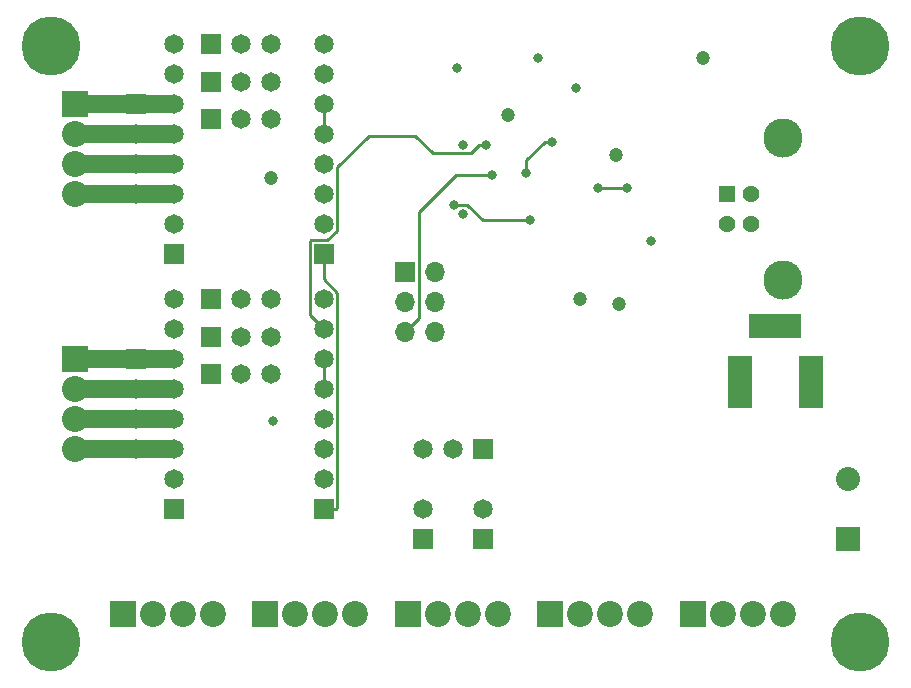
<source format=gbr>
G04 #@! TF.GenerationSoftware,KiCad,Pcbnew,(5.1.2)-2*
G04 #@! TF.CreationDate,2019-08-09T23:12:40-04:00*
G04 #@! TF.ProjectId,Controller,436f6e74-726f-46c6-9c65-722e6b696361,rev?*
G04 #@! TF.SameCoordinates,Original*
G04 #@! TF.FileFunction,Copper,L4,Bot*
G04 #@! TF.FilePolarity,Positive*
%FSLAX46Y46*%
G04 Gerber Fmt 4.6, Leading zero omitted, Abs format (unit mm)*
G04 Created by KiCad (PCBNEW (5.1.2)-2) date 2019-08-09 23:12:40*
%MOMM*%
%LPD*%
G04 APERTURE LIST*
%ADD10C,1.651000*%
%ADD11R,1.651000X1.651000*%
%ADD12R,4.500000X2.000000*%
%ADD13R,2.000000X4.500000*%
%ADD14C,2.200000*%
%ADD15R,2.200000X2.200000*%
%ADD16R,1.700000X1.700000*%
%ADD17O,1.700000X1.700000*%
%ADD18C,3.316000*%
%ADD19C,1.428000*%
%ADD20R,1.428000X1.428000*%
%ADD21C,5.000000*%
%ADD22R,2.032000X2.032000*%
%ADD23C,2.032000*%
%ADD24C,0.800000*%
%ADD25C,1.200000*%
%ADD26C,0.250000*%
%ADD27C,1.500000*%
G04 APERTURE END LIST*
D10*
X179705000Y-65405000D03*
X182245000Y-65405000D03*
D11*
X184785000Y-65405000D03*
X161798000Y-37465000D03*
D10*
X164338000Y-37465000D03*
X166878000Y-37465000D03*
D11*
X161798000Y-34290000D03*
D10*
X164338000Y-34290000D03*
X166878000Y-34290000D03*
X166878000Y-31115000D03*
X164338000Y-31115000D03*
D11*
X161798000Y-31115000D03*
D10*
X171323000Y-31115000D03*
X171323000Y-33655000D03*
X171323000Y-36195000D03*
X171323000Y-38735000D03*
X171323000Y-41275000D03*
X171323000Y-43815000D03*
X171323000Y-46355000D03*
D11*
X171323000Y-48895000D03*
D10*
X158623000Y-31115000D03*
X158623000Y-33655000D03*
X158623000Y-36195000D03*
X158623000Y-38735000D03*
X158623000Y-41275000D03*
X158623000Y-43815000D03*
X158623000Y-46355000D03*
D11*
X158623000Y-48895000D03*
D10*
X166878000Y-59055000D03*
X164338000Y-59055000D03*
D11*
X161798000Y-59055000D03*
D10*
X166878000Y-55880000D03*
X164338000Y-55880000D03*
D11*
X161798000Y-55880000D03*
X161798000Y-52705000D03*
D10*
X164338000Y-52705000D03*
X166878000Y-52705000D03*
D11*
X171323000Y-70485000D03*
D10*
X171323000Y-67945000D03*
X171323000Y-65405000D03*
X171323000Y-62865000D03*
X171323000Y-60325000D03*
X171323000Y-57785000D03*
X171323000Y-55245000D03*
X171323000Y-52705000D03*
D11*
X158623000Y-70485000D03*
D10*
X158623000Y-67945000D03*
X158623000Y-65405000D03*
X158623000Y-62865000D03*
X158623000Y-60325000D03*
X158623000Y-57785000D03*
X158623000Y-55245000D03*
X158623000Y-52705000D03*
D12*
X209550000Y-54990000D03*
D13*
X206550000Y-59690000D03*
X212550000Y-59690000D03*
D14*
X186055000Y-79375000D03*
X183515000Y-79375000D03*
X180975000Y-79375000D03*
D15*
X178435000Y-79375000D03*
X190500000Y-79375000D03*
D14*
X193040000Y-79375000D03*
X195580000Y-79375000D03*
X198120000Y-79375000D03*
D11*
X179705000Y-73025000D03*
D10*
X179705000Y-70485000D03*
X184785000Y-70485000D03*
D11*
X184785000Y-73025000D03*
D14*
X210185000Y-79375000D03*
X207645000Y-79375000D03*
X205105000Y-79375000D03*
D15*
X202565000Y-79375000D03*
X154305000Y-79375000D03*
D14*
X156845000Y-79375000D03*
X159385000Y-79375000D03*
X161925000Y-79375000D03*
X173990000Y-79375000D03*
X171450000Y-79375000D03*
X168910000Y-79375000D03*
D15*
X166370000Y-79375000D03*
D16*
X178181000Y-50419000D03*
D17*
X180721000Y-50419000D03*
X178181000Y-52959000D03*
X180721000Y-52959000D03*
X178181000Y-55499000D03*
X180721000Y-55499000D03*
D15*
X150241000Y-36195000D03*
D14*
X150241000Y-38735000D03*
X150241000Y-41275000D03*
X150241000Y-43815000D03*
D11*
X155448000Y-36195000D03*
D10*
X155448000Y-38735000D03*
X155448000Y-41275000D03*
X155448000Y-43815000D03*
D15*
X150241000Y-57785000D03*
D14*
X150241000Y-60325000D03*
X150241000Y-62865000D03*
X150241000Y-65405000D03*
D10*
X155448000Y-65405000D03*
X155448000Y-62865000D03*
X155448000Y-60325000D03*
D11*
X155448000Y-57785000D03*
D18*
X210196000Y-39045000D03*
X210196000Y-51085000D03*
D19*
X207486000Y-43815000D03*
X207486000Y-46315000D03*
D20*
X205486000Y-43815000D03*
D19*
X205486000Y-46315000D03*
D21*
X216750000Y-31250000D03*
X148250000Y-81750000D03*
X148250000Y-31250000D03*
X216750000Y-81750000D03*
D22*
X215723000Y-72985000D03*
D23*
X215723000Y-67985000D03*
D24*
X199009000Y-47752000D03*
X183134000Y-45466000D03*
X183134000Y-39624000D03*
X192659000Y-34798000D03*
X189484000Y-32258000D03*
X182626000Y-33147000D03*
X167000000Y-63000000D03*
D25*
X166846703Y-42449298D03*
X196088000Y-40513000D03*
X203454000Y-32258000D03*
X186955998Y-37084000D03*
X193040000Y-52705000D03*
X196342000Y-53086000D03*
D24*
X188785500Y-46037500D03*
X182372000Y-44767500D03*
X190627000Y-39370000D03*
X188468000Y-42071120D03*
X185547000Y-42164000D03*
X185039000Y-39624000D03*
X194564000Y-43307000D03*
X196977000Y-43307000D03*
D26*
X188785500Y-46037500D02*
X188219815Y-46037500D01*
X183482001Y-44740999D02*
X182785999Y-44740999D01*
X188219815Y-46037500D02*
X184778502Y-46037500D01*
X184778502Y-46037500D02*
X183482001Y-44740999D01*
X182785999Y-44740999D02*
X182398501Y-44740999D01*
X182398501Y-44740999D02*
X182372000Y-44767500D01*
X190061315Y-39370000D02*
X188468000Y-40963315D01*
X190627000Y-39370000D02*
X190061315Y-39370000D01*
X188468000Y-40963315D02*
X188468000Y-41783000D01*
X188468000Y-41783000D02*
X188468000Y-42071120D01*
X179356001Y-54323999D02*
X179356001Y-45306999D01*
X178181000Y-55499000D02*
X179356001Y-54323999D01*
X179356001Y-45306999D02*
X182499000Y-42164000D01*
X182499000Y-42164000D02*
X185547000Y-42164000D01*
X171323000Y-36195000D02*
X171323000Y-38735000D01*
X172398500Y-70485000D02*
X171323000Y-70485000D01*
X172473501Y-70409999D02*
X172398500Y-70485000D01*
X172473501Y-52152759D02*
X172473501Y-70409999D01*
X171323000Y-51002258D02*
X172473501Y-52152759D01*
X171323000Y-48895000D02*
X171323000Y-51002258D01*
D27*
X150241000Y-36195000D02*
X155321000Y-36195000D01*
X155321000Y-36195000D02*
X158623000Y-36195000D01*
X158623000Y-38735000D02*
X155321000Y-38735000D01*
X155321000Y-38735000D02*
X150241000Y-38735000D01*
X150241000Y-41275000D02*
X155321000Y-41275000D01*
X155321000Y-41275000D02*
X158623000Y-41275000D01*
X158623000Y-43815000D02*
X155321000Y-43815000D01*
X155321000Y-43815000D02*
X150241000Y-43815000D01*
D26*
X171323000Y-58952433D02*
X171323000Y-60325000D01*
X171323000Y-57785000D02*
X171323000Y-58952433D01*
X183748314Y-40349001D02*
X180557001Y-40349001D01*
X185039000Y-39624000D02*
X184473315Y-39624000D01*
X184473315Y-39624000D02*
X183748314Y-40349001D01*
X180557001Y-40349001D02*
X179070000Y-38862000D01*
X179070000Y-38862000D02*
X175133000Y-38862000D01*
X170497501Y-54419501D02*
X171323000Y-55245000D01*
X172473501Y-41521499D02*
X172473501Y-46907241D01*
X170172499Y-54094499D02*
X170497501Y-54419501D01*
X172473501Y-46907241D02*
X171636243Y-47744499D01*
X171636243Y-47744499D02*
X170237499Y-47744499D01*
X170237499Y-47744499D02*
X170172499Y-47809499D01*
X170172499Y-47809499D02*
X170172499Y-54094499D01*
X175133000Y-38862000D02*
X172473501Y-41521499D01*
D27*
X158623000Y-65405000D02*
X155321000Y-65405000D01*
X155321000Y-65405000D02*
X150241000Y-65405000D01*
X150241000Y-62865000D02*
X155321000Y-62865000D01*
X155321000Y-62865000D02*
X158623000Y-62865000D01*
X158623000Y-60325000D02*
X155321000Y-60325000D01*
X155321000Y-60325000D02*
X150241000Y-60325000D01*
X150241000Y-57785000D02*
X155321000Y-57785000D01*
X155321000Y-57785000D02*
X158623000Y-57785000D01*
D26*
X194564000Y-43307000D02*
X196977000Y-43307000D01*
M02*

</source>
